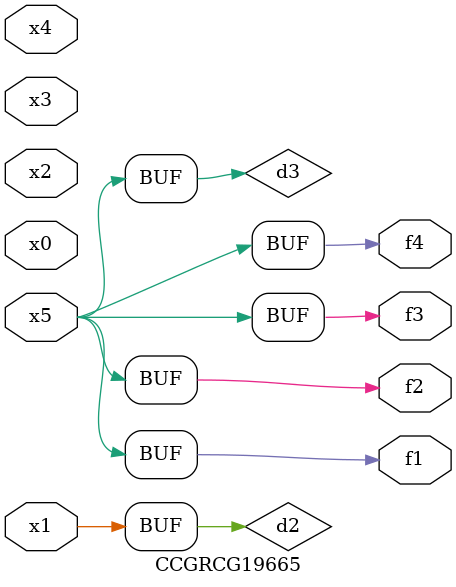
<source format=v>
module CCGRCG19665(
	input x0, x1, x2, x3, x4, x5,
	output f1, f2, f3, f4
);

	wire d1, d2, d3;

	not (d1, x5);
	or (d2, x1);
	xnor (d3, d1);
	assign f1 = d3;
	assign f2 = d3;
	assign f3 = d3;
	assign f4 = d3;
endmodule

</source>
